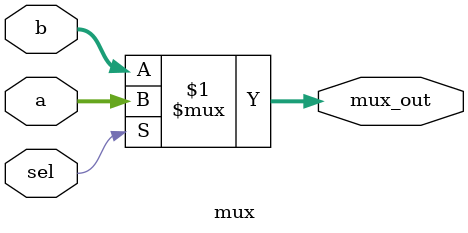
<source format=v>
`timescale 1ns / 1ps


module mux(
    input [31:0] a,
    input [31:0] b,
    input sel,
    output [31:0] mux_out
    );
    
    assign mux_out = sel ? a : b;
    
endmodule

</source>
